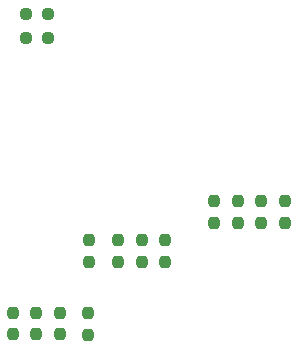
<source format=gbr>
%TF.GenerationSoftware,KiCad,Pcbnew,9.0.0*%
%TF.CreationDate,2025-03-15T18:46:04+01:00*%
%TF.ProjectId,VGA_adapter,5647415f-6164-4617-9074-65722e6b6963,rev?*%
%TF.SameCoordinates,Original*%
%TF.FileFunction,Paste,Top*%
%TF.FilePolarity,Positive*%
%FSLAX46Y46*%
G04 Gerber Fmt 4.6, Leading zero omitted, Abs format (unit mm)*
G04 Created by KiCad (PCBNEW 9.0.0) date 2025-03-15 18:46:04*
%MOMM*%
%LPD*%
G01*
G04 APERTURE LIST*
G04 Aperture macros list*
%AMRoundRect*
0 Rectangle with rounded corners*
0 $1 Rounding radius*
0 $2 $3 $4 $5 $6 $7 $8 $9 X,Y pos of 4 corners*
0 Add a 4 corners polygon primitive as box body*
4,1,4,$2,$3,$4,$5,$6,$7,$8,$9,$2,$3,0*
0 Add four circle primitives for the rounded corners*
1,1,$1+$1,$2,$3*
1,1,$1+$1,$4,$5*
1,1,$1+$1,$6,$7*
1,1,$1+$1,$8,$9*
0 Add four rect primitives between the rounded corners*
20,1,$1+$1,$2,$3,$4,$5,0*
20,1,$1+$1,$4,$5,$6,$7,0*
20,1,$1+$1,$6,$7,$8,$9,0*
20,1,$1+$1,$8,$9,$2,$3,0*%
G04 Aperture macros list end*
%ADD10RoundRect,0.237500X0.237500X-0.250000X0.237500X0.250000X-0.237500X0.250000X-0.237500X-0.250000X0*%
%ADD11RoundRect,0.237500X-0.237500X0.250000X-0.237500X-0.250000X0.237500X-0.250000X0.237500X0.250000X0*%
%ADD12RoundRect,0.237500X-0.250000X-0.237500X0.250000X-0.237500X0.250000X0.237500X-0.250000X0.237500X0*%
G04 APERTURE END LIST*
D10*
%TO.C,RB2*%
X149542000Y-119229500D03*
X149542000Y-121054500D03*
%TD*%
%TO.C,RB1*%
X151542000Y-119229500D03*
X151542000Y-121054500D03*
%TD*%
%TO.C,RG1*%
X134874000Y-128714843D03*
X134874000Y-130539843D03*
%TD*%
D11*
%TO.C,RR4*%
X135000000Y-122531500D03*
X135000000Y-124356500D03*
%TD*%
D10*
%TO.C,RR3*%
X137414000Y-124356500D03*
X137414000Y-122531500D03*
%TD*%
%TO.C,RR2*%
X139414000Y-124356500D03*
X139414000Y-122531500D03*
%TD*%
%TO.C,RR1*%
X141414000Y-124356500D03*
X141414000Y-122531500D03*
%TD*%
D11*
%TO.C,RG4*%
X128500000Y-128675000D03*
X128500000Y-130500000D03*
%TD*%
D10*
%TO.C,RG3*%
X130500000Y-130500000D03*
X130500000Y-128675000D03*
%TD*%
%TO.C,RG2*%
X132500000Y-130500000D03*
X132500000Y-128675000D03*
%TD*%
D11*
%TO.C,RB4*%
X145542000Y-119229500D03*
X145542000Y-121054500D03*
%TD*%
D10*
%TO.C,RB3*%
X147542000Y-121054500D03*
X147542000Y-119229500D03*
%TD*%
D12*
%TO.C,R26*%
X129643500Y-105410000D03*
X131468500Y-105410000D03*
%TD*%
%TO.C,R25*%
X129643500Y-103378000D03*
X131468500Y-103378000D03*
%TD*%
M02*

</source>
